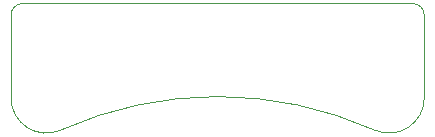
<source format=gbr>
G04 #@! TF.FileFunction,Profile,NP*
%FSLAX46Y46*%
G04 Gerber Fmt 4.6, Leading zero omitted, Abs format (unit mm)*
G04 Created by KiCad (PCBNEW (after 2015-may-01 BZR unknown)-product) date 06.05.2015 15:14:49*
%MOMM*%
G01*
G04 APERTURE LIST*
%ADD10C,0.100000*%
G04 APERTURE END LIST*
D10*
X135514200Y-123124624D02*
X135514200Y-116142200D01*
X170514200Y-123124624D02*
X170514200Y-116142200D01*
X169514200Y-115142200D02*
G75*
G02X170514200Y-116142200I0J-1000000D01*
G01*
X169514200Y-115142200D02*
X136514200Y-115142200D01*
X139739552Y-125862965D02*
G75*
G02X166288848Y-125862965I13274648J-29665363D01*
G01*
X139739552Y-125862965D02*
G75*
G02X135514200Y-123124624I-1225352J2738341D01*
G01*
X170514200Y-123124624D02*
G75*
G02X166288848Y-125862965I-3000000J0D01*
G01*
X135514200Y-116142200D02*
G75*
G02X136514200Y-115142200I1000000J0D01*
G01*
M02*

</source>
